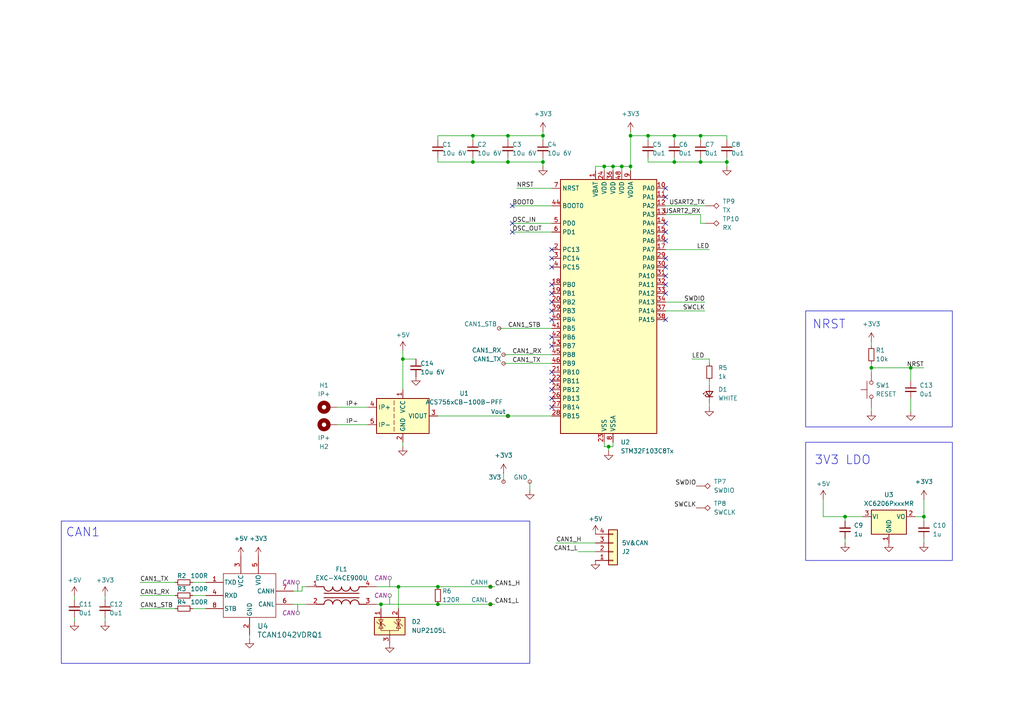
<source format=kicad_sch>
(kicad_sch (version 20231120) (generator "eeschema") (generator_version "8.0")
  (paper "A4")
  (title_block (title "INV_CurrentSense2") (date "2024-11-15") (rev "1.0") (company "NTURacing Team") (comment 1 "郭哲明 Jack Kuo") (comment 2 "Powertrain group"))
  (lib_symbols
    (symbol "Connector:TestPoint_Alt" (pin_numbers hide) (pin_names (offset 0.762) hide)
      (property "Reference" "TP" (at 0 6.858 0))
      (property "Value" "TestPoint_Alt" (at 0 5.08 0))
      (symbol "TestPoint_Alt_0_1"
        (polyline (pts (xy 0 2.54) (xy -0.762 3.302) (xy 0 4.064) (xy 0.762 3.302) (xy 0 2.54)))
      )
      (symbol "TestPoint_Alt_1_1"
        (pin passive line (at 0 0 90) (length 2.54) (name "1") (number "1"))
      )
    )
    (symbol "Connector:TestPoint_Small" (pin_numbers hide) (pin_names (offset 0.762) hide)
      (property "Reference" "TP" (at 0 3.81 0))
      (property "Value" "TestPoint_Small" (at 0 2.032 0))
      (symbol "TestPoint_Small_0_1"
        (circle (center 0 0) (radius 0.508))
      )
      (symbol "TestPoint_Small_1_1"
        (pin passive line (at 0 0 90) (length 0) (name "1") (number "1"))
      )
    )
    (symbol "Connector_Generic:Conn_01x04" (pin_names (offset 1.016) hide)
      (property "Reference" "J" (at 0 5.08 0))
      (property "Value" "Conn_01x04" (at 0 -7.62 0))
      (symbol "Conn_01x04_1_1"
        (rectangle (start -1.27 -4.953) (end 0 -5.207) (stroke (width 0.1524)))
        (rectangle (start -1.27 -2.413) (end 0 -2.667) (stroke (width 0.1524)))
        (rectangle (start -1.27 0.127) (end 0 -0.127) (stroke (width 0.1524)))
        (rectangle (start -1.27 2.667) (end 0 2.413) (stroke (width 0.1524)))
        (rectangle (start -1.27 3.81) (end 1.27 -6.35) (stroke (width 0.254)) (fill (type background)))
        (pin passive line (at -5.08 2.54 0) (length 3.81) (name "Pin_1") (number "1"))
        (pin passive line (at -5.08 0 0) (length 3.81) (name "Pin_2") (number "2"))
        (pin passive line (at -5.08 -2.54 0) (length 3.81) (name "Pin_3") (number "3"))
        (pin passive line (at -5.08 -5.08 0) (length 3.81) (name "Pin_4") (number "4"))
      )
    )
    (symbol "Device:C_Small" (pin_numbers hide) (pin_names (offset 0.254) hide)
      (property "Reference" "C" (at 0.254 1.778 0))
      (property "Value" "C_Small" (at 0.254 -2.032 0))
      (symbol "C_Small_0_1"
        (polyline (pts (xy -1.524 -0.508) (xy 1.524 -0.508)) (stroke (width 0.3302)))
        (polyline (pts (xy -1.524 0.508) (xy 1.524 0.508)) (stroke (width 0.3048)))
      )
      (symbol "C_Small_1_1"
        (pin passive line (at 0 2.54 270) (length 2.032) (name "~") (number "1"))
        (pin passive line (at 0 -2.54 90) (length 2.032) (name "~") (number "2"))
      )
    )
    (symbol "Device:LED_Small" (pin_numbers hide) (pin_names (offset 0.254) hide)
      (property "Reference" "D" (at -1.27 3.175 0))
      (property "Value" "LED_Small" (at -4.445 -2.54 0))
      (symbol "LED_Small_0_1"
        (polyline (pts (xy -0.762 -1.016) (xy -0.762 1.016)) (stroke (width 0.254)))
        (polyline (pts (xy 1.016 0) (xy -0.762 0)))
        (polyline (pts (xy 0.762 -1.016) (xy -0.762 0) (xy 0.762 1.016) (xy 0.762 -1.016)) (stroke (width 0.254)))
        (polyline (pts (xy 0 0.762) (xy -0.508 1.27) (xy -0.254 1.27) (xy -0.508 1.27) (xy -0.508 1.016)))
        (polyline (pts (xy 0.508 1.27) (xy 0 1.778) (xy 0.254 1.778) (xy 0 1.778) (xy 0 1.524)))
      )
      (symbol "LED_Small_1_1"
        (pin passive line (at -2.54 0 0) (length 1.778) (name "K") (number "1"))
        (pin passive line (at 2.54 0 180) (length 1.778) (name "A") (number "2"))
      )
    )
    (symbol "Device:R_Small" (pin_numbers hide) (pin_names (offset 0.254) hide)
      (property "Reference" "R" (at 0.762 0.508 0))
      (property "Value" "R_Small" (at 0.762 -1.016 0))
      (symbol "R_Small_0_1"
        (rectangle (start -0.762 1.778) (end 0.762 -1.778) (stroke (width 0.2032)))
      )
      (symbol "R_Small_1_1"
        (pin passive line (at 0 2.54 270) (length 0.762) (name "~") (number "1"))
        (pin passive line (at 0 -2.54 90) (length 0.762) (name "~") (number "2"))
      )
    )
    (symbol "MCU_ST_STM32F1:STM32F103C8Tx"
      (property "Reference" "U" (at -12.7 39.37 0))
      (property "Value" "STM32F103C8Tx" (at 10.16 39.37 0))
      (symbol "STM32F103C8Tx_0_1"
        (rectangle (start -12.7 -35.56) (end 15.24 38.1) (stroke (width 0.254)) (fill (type background)))
      )
      (symbol "STM32F103C8Tx_1_1"
        (pin power_in line (at -2.54 40.64 270) (length 2.54) (name "VBAT") (number "1"))
        (pin bidirectional line (at 17.78 35.56 180) (length 2.54) (name "PA0") (number "10"))
        (pin bidirectional line (at 17.78 33.02 180) (length 2.54) (name "PA1") (number "11"))
        (pin bidirectional line (at 17.78 30.48 180) (length 2.54) (name "PA2") (number "12"))
        (pin bidirectional line (at 17.78 27.94 180) (length 2.54) (name "PA3") (number "13"))
        (pin bidirectional line (at 17.78 25.4 180) (length 2.54) (name "PA4") (number "14"))
        (pin bidirectional line (at 17.78 22.86 180) (length 2.54) (name "PA5") (number "15"))
        (pin bidirectional line (at 17.78 20.32 180) (length 2.54) (name "PA6") (number "16"))
        (pin bidirectional line (at 17.78 17.78 180) (length 2.54) (name "PA7") (number "17"))
        (pin bidirectional line (at -15.24 7.62 0) (length 2.54) (name "PB0") (number "18"))
        (pin bidirectional line (at -15.24 5.08 0) (length 2.54) (name "PB1") (number "19"))
        (pin bidirectional line (at -15.24 17.78 0) (length 2.54) (name "PC13") (number "2"))
        (pin bidirectional line (at -15.24 2.54 0) (length 2.54) (name "PB2") (number "20"))
        (pin bidirectional line (at -15.24 -17.78 0) (length 2.54) (name "PB10") (number "21"))
        (pin bidirectional line (at -15.24 -20.32 0) (length 2.54) (name "PB11") (number "22"))
        (pin power_in line (at 0 -38.1 90) (length 2.54) (name "VSS") (number "23"))
        (pin power_in line (at 0 40.64 270) (length 2.54) (name "VDD") (number "24"))
        (pin bidirectional line (at -15.24 -22.86 0) (length 2.54) (name "PB12") (number "25"))
        (pin bidirectional line (at -15.24 -25.4 0) (length 2.54) (name "PB13") (number "26"))
        (pin bidirectional line (at -15.24 -27.94 0) (length 2.54) (name "PB14") (number "27"))
        (pin bidirectional line (at -15.24 -30.48 0) (length 2.54) (name "PB15") (number "28"))
        (pin bidirectional line (at 17.78 15.24 180) (length 2.54) (name "PA8") (number "29"))
        (pin bidirectional line (at -15.24 15.24 0) (length 2.54) (name "PC14") (number "3"))
        (pin bidirectional line (at 17.78 12.7 180) (length 2.54) (name "PA9") (number "30"))
        (pin bidirectional line (at 17.78 10.16 180) (length 2.54) (name "PA10") (number "31"))
        (pin bidirectional line (at 17.78 7.62 180) (length 2.54) (name "PA11") (number "32"))
        (pin bidirectional line (at 17.78 5.08 180) (length 2.54) (name "PA12") (number "33"))
        (pin bidirectional line (at 17.78 2.54 180) (length 2.54) (name "PA13") (number "34"))
        (pin passive line (at 0 -38.1 90) (length 2.54) hide (name "VSS") (number "35"))
        (pin power_in line (at 2.54 40.64 270) (length 2.54) (name "VDD") (number "36"))
        (pin bidirectional line (at 17.78 0 180) (length 2.54) (name "PA14") (number "37"))
        (pin bidirectional line (at 17.78 -2.54 180) (length 2.54) (name "PA15") (number "38"))
        (pin bidirectional line (at -15.24 0 0) (length 2.54) (name "PB3") (number "39"))
        (pin bidirectional line (at -15.24 12.7 0) (length 2.54) (name "PC15") (number "4"))
        (pin bidirectional line (at -15.24 -2.54 0) (length 2.54) (name "PB4") (number "40"))
        (pin bidirectional line (at -15.24 -5.08 0) (length 2.54) (name "PB5") (number "41"))
        (pin bidirectional line (at -15.24 -7.62 0) (length 2.54) (name "PB6") (number "42"))
        (pin bidirectional line (at -15.24 -10.16 0) (length 2.54) (name "PB7") (number "43"))
        (pin input line (at -15.24 30.48 0) (length 2.54) (name "BOOT0") (number "44"))
        (pin bidirectional line (at -15.24 -12.7 0) (length 2.54) (name "PB8") (number "45"))
        (pin bidirectional line (at -15.24 -15.24 0) (length 2.54) (name "PB9") (number "46"))
        (pin passive line (at 0 -38.1 90) (length 2.54) hide (name "VSS") (number "47"))
        (pin power_in line (at 5.08 40.64 270) (length 2.54) (name "VDD") (number "48"))
        (pin bidirectional line (at -15.24 25.4 0) (length 2.54) (name "PD0") (number "5"))
        (pin bidirectional line (at -15.24 22.86 0) (length 2.54) (name "PD1") (number "6"))
        (pin input line (at -15.24 35.56 0) (length 2.54) (name "NRST") (number "7"))
        (pin power_in line (at 2.54 -38.1 90) (length 2.54) (name "VSSA") (number "8"))
        (pin power_in line (at 7.62 40.64 270) (length 2.54) (name "VDDA") (number "9"))
      )
    )
    (symbol "Mechanical:MountingHole_Pad" (pin_numbers hide) (pin_names (offset 1.016) hide) (exclude_from_sim yes) (in_bom no)
      (property "Reference" "H" (at 0 6.35 0))
      (property "Value" "MountingHole_Pad" (at 0 4.445 0))
      (symbol "MountingHole_Pad_0_1"
        (circle (center 0 1.27) (radius 1.27) (stroke (width 1.27)))
      )
      (symbol "MountingHole_Pad_1_1"
        (pin input line (at 0 -2.54 90) (length 2.54) (name "1") (number "1"))
      )
    )
    (symbol "Power_Protection:NUP2105L" (pin_names hide)
      (property "Reference" "D" (at 5.715 2.54 0))
      (property "Value" "NUP2105L" (at 5.715 0.635 0))
      (symbol "NUP2105L_0_0"
        (pin passive line (at 0 -5.08 90) (length 2.54) (name "A") (number "3"))
      )
      (symbol "NUP2105L_0_1"
        (rectangle (start -4.445 2.54) (end 4.445 -2.54) (stroke (width 0.254)) (fill (type background)))
        (polyline (pts (xy -2.54 2.54) (xy -2.54 0.635)))
        (polyline (pts (xy 0 -1.27) (xy 0 -2.54)))
        (polyline (pts (xy 2.54 2.54) (xy 2.54 0.635)))
        (polyline (pts (xy -3.81 1.27) (xy -3.175 0.635) (xy -1.905 0.635) (xy -1.27 0)))
        (polyline (pts (xy -2.54 0.635) (xy -2.54 -1.27) (xy 2.54 -1.27) (xy 2.54 0.635)))
        (polyline (pts (xy -2.54 0.635) (xy -1.905 -0.635) (xy -3.175 -0.635) (xy -2.54 0.635)))
        (polyline (pts (xy 2.54 0.635) (xy 1.905 -0.635) (xy 3.175 -0.635) (xy 2.54 0.635)))
        (polyline (pts (xy 2.54 0.635) (xy 3.175 1.905) (xy 1.905 1.905) (xy 2.54 0.635)))
        (polyline (pts (xy -2.54 0.635) (xy -3.175 1.905) (xy -1.905 1.905) (xy -2.54 0.635) (xy -2.54 1.27)))
        (polyline (pts (xy 1.27 1.27) (xy 1.905 0.635) (xy 2.54 0.635) (xy 3.175 0.635) (xy 3.81 0)))
      )
      (symbol "NUP2105L_1_1"
        (pin passive line (at -2.54 5.08 270) (length 2.54) (name "K") (number "1"))
        (pin passive line (at 2.54 5.08 270) (length 2.54) (name "K") (number "2"))
      )
    )
    (symbol "Regulator_Linear:XC6206PxxxMR" (pin_names (offset 0.254))
      (property "Reference" "U" (at -3.81 3.175 0))
      (property "Value" "XC6206PxxxMR" (at 0 3.175 0))
      (symbol "XC6206PxxxMR_0_1"
        (rectangle (start -5.08 1.905) (end 5.08 -5.08) (stroke (width 0.254)) (fill (type background)))
      )
      (symbol "XC6206PxxxMR_1_1"
        (pin power_in line (at 0 -7.62 90) (length 2.54) (name "GND") (number "1"))
        (pin power_out line (at 7.62 0 180) (length 2.54) (name "VO") (number "2"))
        (pin power_in line (at -7.62 0 0) (length 2.54) (name "VI") (number "3"))
      )
    )
    (symbol "SamacSys_Parts_EP6:EXC-X4CE900U" (pin_names hide)
      (property "Reference" "FL" (at -0.254 1.524 0))
      (property "Value" "EXC-X4CE900U" (at -0.254 -0.254 0))
      (symbol "EXC-X4CE900U_1_1"
        (arc (start -2.488 -5.08) (mid -1.2689 -3.81) (end -2.488 -2.54) (stroke (width 0.254)))
        (arc (start -2.488 -2.54) (mid -1.2689 -1.27) (end -2.488 0) (stroke (width 0.254)))
        (arc (start -2.488 0) (mid -1.2689 1.27) (end -2.488 2.54) (stroke (width 0.254)))
        (arc (start -2.488 2.54) (mid -1.2689 3.81) (end -2.488 5.08) (stroke (width 0.254)))
        (polyline (pts (xy -2.54 -5.08) (xy -2.54 -7.366)) (stroke (width 0.254)))
        (polyline (pts (xy -2.54 5.08) (xy -2.54 7.366)) (stroke (width 0.254)))
        (polyline (pts (xy -0.635 5.08) (xy -0.635 -5.08)) (stroke (width 0.254)))
        (polyline (pts (xy 0.635 5.08) (xy 0.635 -5.08)) (stroke (width 0.254)))
        (polyline (pts (xy 2.54 -5.08) (xy 2.54 -7.366)) (stroke (width 0.254)))
        (polyline (pts (xy 2.54 5.08) (xy 2.54 7.366)) (stroke (width 0.254)))
        (arc (start 2.488 -2.54) (mid 1.2689 -3.81) (end 2.488 -5.08) (stroke (width 0.254)))
        (arc (start 2.488 0) (mid 1.2689 -1.27) (end 2.488 -2.54) (stroke (width 0.254)))
        (arc (start 2.488 2.54) (mid 1.2689 1.27) (end 2.488 0) (stroke (width 0.254)))
        (arc (start 2.488 5.08) (mid 1.2689 3.81) (end 2.488 2.54) (stroke (width 0.254)))
        (pin passive line (at -2.54 -10.16 90) (length 5.08) (name "1") (number "1"))
        (pin passive line (at 2.54 -10.16 90) (length 5.08) (name "2") (number "2"))
        (pin passive line (at 2.54 10.16 270) (length 5.08) (name "3") (number "3"))
        (pin passive line (at -2.54 10.16 270) (length 5.08) (name "4") (number "4"))
      )
    )
    (symbol "Sensor_Current:ACS756xCB-100B-PFF"
      (property "Reference" "U" (at -7.62 6.35 0))
      (property "Value" "ACS756xCB-100B-PFF" (at 2.54 6.35 0))
      (symbol "ACS756xCB-100B-PFF_0_1"
        (rectangle (start -7.62 5.08) (end 7.62 -5.08) (stroke (width 0.254)) (fill (type background)))
        (polyline (pts (xy -2.54 -3.175) (xy -2.54 -4.445)))
        (polyline (pts (xy -2.54 -1.27) (xy -2.54 -2.54)))
        (polyline (pts (xy -2.54 0.635) (xy -2.54 -0.635)))
        (polyline (pts (xy -2.54 1.27) (xy -2.54 2.54)))
        (polyline (pts (xy -2.54 3.175) (xy -2.54 4.445)))
      )
      (symbol "ACS756xCB-100B-PFF_1_1"
        (pin power_in line (at 0 7.62 270) (length 2.54) (name "VCC") (number "1"))
        (pin power_in line (at 0 -7.62 90) (length 2.54) (name "GND") (number "2"))
        (pin output line (at 10.16 0 180) (length 2.54) (name "VIOUT") (number "3"))
        (pin passive line (at -10.16 2.54 0) (length 2.54) (name "IP+") (number "4"))
        (pin passive line (at -10.16 -2.54 0) (length 2.54) (name "IP-") (number "5"))
      )
    )
    (symbol "Switch:SW_Push" (pin_numbers hide) (pin_names (offset 1.016) hide)
      (property "Reference" "SW" (at 1.27 2.54 0))
      (property "Value" "SW_Push" (at 0 -1.524 0))
      (symbol "SW_Push_0_1"
        (circle (center -2.032 0) (radius 0.508))
        (polyline (pts (xy 0 1.27) (xy 0 3.048)))
        (polyline (pts (xy 2.54 1.27) (xy -2.54 1.27)))
        (circle (center 2.032 0) (radius 0.508))
        (pin passive line (at -5.08 0 0) (length 2.54) (name "1") (number "1"))
        (pin passive line (at 5.08 0 180) (length 2.54) (name "2") (number "2"))
      )
    )
    (symbol "nturt_kicad_lib_EP6:TCAN1042VDRQ1" (pin_names (offset 0.254))
      (property "Reference" "U" (at 0 2.54 0))
      (property "Value" "TCAN1042VDRQ1" (at 0 0 0))
      (symbol "TCAN1042VDRQ1_0_1"
        (pin input line (at -12.7 3.81 0) (length 5.08) (name "TXD") (number "1"))
        (pin power_in line (at 0 -11.43 90) (length 5.08) (name "GND") (number "2"))
        (pin power_in line (at -2.54 11.43 270) (length 5.08) (name "VCC") (number "3"))
        (pin output line (at -12.7 0 0) (length 5.08) (name "RXD") (number "4"))
        (pin power_in line (at 2.54 11.43 270) (length 5.08) (name "VIO") (number "5"))
        (pin bidirectional line (at 12.7 -2.54 180) (length 5.08) (name "CANL") (number "6"))
        (pin bidirectional line (at 12.7 1.27 180) (length 5.08) (name "CANH") (number "7"))
        (pin input line (at -12.7 -3.81 0) (length 5.08) (name "STB") (number "8"))
      )
      (symbol "TCAN1042VDRQ1_1_1"
        (rectangle (start -7.62 6.35) (end 7.62 -6.35))
      )
    )
    (symbol "power:+3V3" (power) (pin_numbers hide) (pin_names (offset 0) hide)
      (property "Value" "+3V3" (at 0 3.556 0))
      (symbol "+3V3_0_1"
        (polyline (pts (xy -0.762 1.27) (xy 0 2.54)))
        (polyline (pts (xy 0 0) (xy 0 2.54)))
        (polyline (pts (xy 0 2.54) (xy 0.762 1.27)))
      )
      (symbol "+3V3_1_1"
        (pin power_in line (at 0 0 90) (length 0) (name "~") (number "1"))
      )
    )
    (symbol "power:+5V" (power) (pin_numbers hide) (pin_names (offset 0) hide)
      (property "Value" "+5V" (at 0 3.556 0))
      (symbol "+5V_0_1"
        (polyline (pts (xy -0.762 1.27) (xy 0 2.54)))
        (polyline (pts (xy 0 0) (xy 0 2.54)))
        (polyline (pts (xy 0 2.54) (xy 0.762 1.27)))
      )
      (symbol "+5V_1_1"
        (pin power_in line (at 0 0 90) (length 0) (name "~") (number "1"))
      )
    )
    (symbol "power:GND" (power) (pin_numbers hide) (pin_names (offset 0) hide)
      (property "Value" "GND" (at 0 -3.81 0))
      (symbol "GND_0_1"
        (polyline (pts (xy 0 0) (xy 0 -1.27) (xy 1.27 -1.27) (xy 0 -2.54) (xy -1.27 -1.27) (xy 0 -1.27)))
      )
      (symbol "GND_1_1"
        (pin power_in line (at 0 0 270) (length 0) (name "~") (number "1"))
      )
    )
  )
  (junction (at 195.58 39.37))
  (junction (at 187.96 39.37))
  (junction (at 267.97 149.86))
  (junction (at 110.49 175.26))
  (junction (at 210.82 46.99))
  (junction (at 157.48 46.99))
  (junction (at 115.57 170.18))
  (junction (at 264.16 106.68))
  (junction (at 116.84 104.14))
  (junction (at 180.34 48.26))
  (junction (at 176.53 129.54))
  (junction (at 182.88 39.37))
  (junction (at 195.58 46.99))
  (junction (at 147.32 120.65))
  (junction (at 147.32 46.99))
  (junction (at 157.48 39.37))
  (junction (at 182.88 48.26))
  (junction (at 127 175.26))
  (junction (at 175.26 48.26))
  (junction (at 147.32 39.37))
  (junction (at 142.24 170.18))
  (junction (at 137.16 39.37))
  (junction (at 177.8 48.26))
  (junction (at 245.11 149.86))
  (junction (at 137.16 46.99))
  (junction (at 203.2 39.37))
  (junction (at 203.2 46.99))
  (junction (at 142.24 175.26))
  (junction (at 252.73 106.68))
  (junction (at 127 170.18))
  (no_connect (at 160.02 72.39))
  (no_connect (at 160.02 100.33))
  (no_connect (at 148.59 59.69))
  (no_connect (at 160.02 77.47))
  (no_connect (at 193.04 80.01))
  (no_connect (at 193.04 69.85))
  (no_connect (at 193.04 92.71))
  (no_connect (at 193.04 67.31))
  (no_connect (at 160.02 113.03))
  (no_connect (at 160.02 118.11))
  (no_connect (at 160.02 110.49))
  (no_connect (at 160.02 74.93))
  (no_connect (at 160.02 115.57))
  (no_connect (at 148.59 64.77))
  (no_connect (at 160.02 82.55))
  (no_connect (at 193.04 74.93))
  (no_connect (at 193.04 77.47))
  (no_connect (at 160.02 87.63))
  (no_connect (at 148.59 67.31))
  (no_connect (at 160.02 90.17))
  (no_connect (at 160.02 92.71))
  (no_connect (at 193.04 85.09))
  (no_connect (at 193.04 64.77))
  (no_connect (at 160.02 107.95))
  (no_connect (at 160.02 97.79))
  (no_connect (at 193.04 82.55))
  (no_connect (at 193.04 57.15))
  (no_connect (at 160.02 85.09))
  (no_connect (at 193.04 54.61))
  (wire (pts (xy 187.96 39.37) (xy 195.58 39.37)))
  (wire (pts (xy 205.74 104.14) (xy 205.74 105.41)))
  (wire (pts (xy 147.32 46.99) (xy 137.16 46.99)))
  (wire (pts (xy 175.26 129.54) (xy 176.53 129.54)))
  (wire (pts (xy 137.16 39.37) (xy 147.32 39.37)))
  (wire (pts (xy 203.2 62.23) (xy 193.04 62.23)))
  (wire (pts (xy 30.48 173.99) (xy 30.48 172.72)))
  (wire (pts (xy 157.48 39.37) (xy 157.48 40.64)))
  (wire (pts (xy 137.16 39.37) (xy 137.16 40.64)))
  (wire (pts (xy 267.97 151.13) (xy 267.97 149.86)))
  (wire (pts (xy 177.8 49.53) (xy 177.8 48.26)))
  (wire (pts (xy 161.29 157.48) (xy 172.72 157.48)))
  (wire (pts (xy 172.72 49.53) (xy 172.72 48.26)))
  (wire (pts (xy 55.88 172.72) (xy 59.69 172.72)))
  (wire (pts (xy 115.57 170.18) (xy 127 170.18)))
  (wire (pts (xy 153.67 142.24) (xy 153.67 139.7)))
  (wire (pts (xy 180.34 48.26) (xy 182.88 48.26)))
  (wire (pts (xy 252.73 118.11) (xy 252.73 119.38)))
  (wire (pts (xy 264.16 106.68) (xy 267.97 106.68)))
  (wire (pts (xy 40.64 168.91) (xy 50.8 168.91)))
  (wire (pts (xy 267.97 149.86) (xy 265.43 149.86)))
  (wire (pts (xy 176.53 130.81) (xy 176.53 129.54)))
  (wire (pts (xy 72.39 185.42) (xy 72.39 184.15)))
  (wire (pts (xy 110.49 175.26) (xy 109.22 175.26)))
  (wire (pts (xy 148.59 59.69) (xy 160.02 59.69)))
  (wire (pts (xy 146.05 105.41) (xy 160.02 105.41)))
  (wire (pts (xy 97.79 123.19) (xy 106.68 123.19)))
  (wire (pts (xy 245.11 149.86) (xy 250.19 149.86)))
  (wire (pts (xy 147.32 46.99) (xy 147.32 45.72)))
  (wire (pts (xy 127 39.37) (xy 127 40.64)))
  (wire (pts (xy 264.16 115.57) (xy 264.16 119.38)))
  (wire (pts (xy 148.59 64.77) (xy 160.02 64.77)))
  (wire (pts (xy 172.72 48.26) (xy 175.26 48.26)))
  (wire (pts (xy 110.49 175.26) (xy 110.49 176.53)))
  (wire (pts (xy 252.73 106.68) (xy 252.73 107.95)))
  (wire (pts (xy 144.78 95.25) (xy 160.02 95.25)))
  (wire (pts (xy 264.16 106.68) (xy 264.16 110.49)))
  (wire (pts (xy 245.11 157.48) (xy 245.11 156.21)))
  (wire (pts (xy 205.74 118.11) (xy 205.74 116.84)))
  (wire (pts (xy 176.53 129.54) (xy 177.8 129.54)))
  (wire (pts (xy 252.73 105.41) (xy 252.73 106.68)))
  (wire (pts (xy 267.97 144.78) (xy 267.97 149.86)))
  (wire (pts (xy 195.58 39.37) (xy 203.2 39.37)))
  (wire (pts (xy 200.66 104.14) (xy 205.74 104.14)))
  (wire (pts (xy 195.58 39.37) (xy 195.58 40.64)))
  (wire (pts (xy 157.48 46.99) (xy 157.48 45.72)))
  (wire (pts (xy 182.88 38.1) (xy 182.88 39.37)))
  (wire (pts (xy 177.8 48.26) (xy 180.34 48.26)))
  (wire (pts (xy 177.8 129.54) (xy 177.8 128.27)))
  (wire (pts (xy 116.84 104.14) (xy 116.84 113.03)))
  (wire (pts (xy 148.59 67.31) (xy 160.02 67.31)))
  (wire (pts (xy 30.48 180.34) (xy 30.48 179.07)))
  (wire (pts (xy 127 46.99) (xy 127 45.72)))
  (wire (pts (xy 127 175.26) (xy 142.24 175.26)))
  (wire (pts (xy 142.24 170.18) (xy 143.51 170.18)))
  (wire (pts (xy 195.58 46.99) (xy 203.2 46.99)))
  (wire (pts (xy 193.04 87.63) (xy 204.47 87.63)))
  (wire (pts (xy 115.57 170.18) (xy 115.57 176.53)))
  (wire (pts (xy 203.2 64.77) (xy 204.47 64.77)))
  (wire (pts (xy 147.32 39.37) (xy 147.32 40.64)))
  (wire (pts (xy 116.84 129.54) (xy 116.84 128.27)))
  (wire (pts (xy 167.64 160.02) (xy 172.72 160.02)))
  (wire (pts (xy 193.04 59.69) (xy 204.47 59.69)))
  (wire (pts (xy 252.73 99.06) (xy 252.73 100.33)))
  (wire (pts (xy 147.32 120.65) (xy 160.02 120.65)))
  (wire (pts (xy 116.84 101.6) (xy 116.84 104.14)))
  (wire (pts (xy 157.48 46.99) (xy 147.32 46.99)))
  (wire (pts (xy 40.64 176.53) (xy 50.8 176.53)))
  (wire (pts (xy 195.58 46.99) (xy 195.58 45.72)))
  (wire (pts (xy 146.05 102.87) (xy 160.02 102.87)))
  (wire (pts (xy 85.09 175.26) (xy 88.9 175.26)))
  (wire (pts (xy 245.11 151.13) (xy 245.11 149.86)))
  (wire (pts (xy 238.76 149.86) (xy 245.11 149.86)))
  (wire (pts (xy 87.63 170.18) (xy 88.9 170.18)))
  (wire (pts (xy 142.24 175.26) (xy 143.51 175.26)))
  (wire (pts (xy 203.2 46.99) (xy 210.82 46.99)))
  (wire (pts (xy 210.82 46.99) (xy 210.82 45.72)))
  (wire (pts (xy 40.64 172.72) (xy 50.8 172.72)))
  (wire (pts (xy 87.63 170.18) (xy 87.63 171.45)))
  (wire (pts (xy 210.82 39.37) (xy 210.82 40.64)))
  (wire (pts (xy 97.79 118.11) (xy 106.68 118.11)))
  (wire (pts (xy 127 170.18) (xy 142.24 170.18)))
  (wire (pts (xy 147.32 39.37) (xy 157.48 39.37)))
  (wire (pts (xy 110.49 175.26) (xy 127 175.26)))
  (wire (pts (xy 182.88 48.26) (xy 182.88 49.53)))
  (wire (pts (xy 157.48 48.26) (xy 157.48 46.99)))
  (wire (pts (xy 252.73 106.68) (xy 264.16 106.68)))
  (wire (pts (xy 238.76 144.78) (xy 238.76 149.86)))
  (wire (pts (xy 205.74 110.49) (xy 205.74 111.76)))
  (wire (pts (xy 203.2 46.99) (xy 203.2 45.72)))
  (wire (pts (xy 137.16 46.99) (xy 127 46.99)))
  (wire (pts (xy 175.26 48.26) (xy 177.8 48.26)))
  (wire (pts (xy 267.97 157.48) (xy 267.97 156.21)))
  (wire (pts (xy 175.26 49.53) (xy 175.26 48.26)))
  (wire (pts (xy 187.96 46.99) (xy 195.58 46.99)))
  (wire (pts (xy 127 120.65) (xy 147.32 120.65)))
  (wire (pts (xy 137.16 46.99) (xy 137.16 45.72)))
  (wire (pts (xy 203.2 39.37) (xy 203.2 40.64)))
  (wire (pts (xy 175.26 129.54) (xy 175.26 128.27)))
  (wire (pts (xy 187.96 39.37) (xy 187.96 40.64)))
  (wire (pts (xy 193.04 72.39) (xy 205.74 72.39)))
  (wire (pts (xy 55.88 168.91) (xy 59.69 168.91)))
  (wire (pts (xy 203.2 64.77) (xy 203.2 62.23)))
  (wire (pts (xy 193.04 90.17) (xy 204.47 90.17)))
  (wire (pts (xy 180.34 49.53) (xy 180.34 48.26)))
  (wire (pts (xy 149.86 54.61) (xy 160.02 54.61)))
  (wire (pts (xy 187.96 46.99) (xy 187.96 45.72)))
  (wire (pts (xy 137.16 39.37) (xy 127 39.37)))
  (wire (pts (xy 146.05 137.16) (xy 146.05 139.7)))
  (wire (pts (xy 157.48 38.1) (xy 157.48 39.37)))
  (wire (pts (xy 109.22 170.18) (xy 115.57 170.18)))
  (wire (pts (xy 21.59 173.99) (xy 21.59 172.72)))
  (wire (pts (xy 21.59 180.34) (xy 21.59 179.07)))
  (wire (pts (xy 203.2 39.37) (xy 210.82 39.37)))
  (wire (pts (xy 210.82 48.26) (xy 210.82 46.99)))
  (wire (pts (xy 116.84 104.14) (xy 120.65 104.14)))
  (wire (pts (xy 182.88 39.37) (xy 187.96 39.37)))
  (wire (pts (xy 182.88 39.37) (xy 182.88 48.26)))
  (wire (pts (xy 85.09 171.45) (xy 87.63 171.45)))
  (wire (pts (xy 55.88 176.53) (xy 59.69 176.53)))
  (rectangle (start 17.78 151.13) (end 153.67 192.405))
  (rectangle (start 233.68 90.17) (end 276.225 123.825))
  (rectangle (start 233.68 128.27) (end 276.225 162.56))
  (text "3V3 LDO" (at 236.22 132.08 0) (effects (font (size 2.54 2.54)) (justify left top)))
  (text "CAN1" (at 19.05 153.035 0) (effects (font (size 2.54 2.54)) (justify left top)))
  (text "NRST" (at 235.585 92.71 0) (effects (font (size 2.54 2.54)) (justify left top)))
  (label "IP+" (at 100.33 118.11 0))
  (label "CAN1_TX" (at 148.59 105.41 0))
  (label "OSC_OUT" (at 148.59 67.31 0))
  (label "SWDIO" (at 201.93 140.97 180))
  (label "CAN1_L" (at 167.64 160.02 180))
  (label "CAN1_RX" (at 40.64 172.72 0))
  (label "USART2_RX" (at 203.2 62.23 180))
  (label "NRST" (at 267.97 106.68 180))
  (label "OSC_IN" (at 148.59 64.77 0))
  (label "CAN1_TX" (at 40.64 168.91 0))
  (label "SWCLK" (at 204.47 90.17 180))
  (label "CAN1_STB" (at 147.32 95.25 0))
  (label "USART2_TX" (at 204.47 59.69 180))
  (label "CAN1_RX" (at 148.59 102.87 0))
  (label "IP-" (at 100.33 123.19 0))
  (label "SWCLK" (at 201.93 147.32 180))
  (label "LED" (at 205.74 72.39 180))
  (label "SWDIO" (at 204.47 87.63 180))
  (label "NRST" (at 149.86 54.61 0))
  (label "CAN1_L" (at 143.51 175.26 0))
  (label "CAN1_H" (at 161.29 157.48 0))
  (label "CAN1_STB" (at 40.64 176.53 0))
  (label "LED" (at 200.66 104.14 0))
  (label "CAN1_H" (at 143.51 170.18 0))
  (label "BOOT0" (at 148.59 59.69 0))
  (netclass_flag "" (length 2.54) (shape round) (at 86.36 175.26 180) (property "Netclass" "CAN" (at 85.6615 177.8 0) (effects (font (italic yes)) (justify right))))
  (netclass_flag "" (length 2.54) (shape round) (at 86.36 171.45 0) (property "Netclass" "CAN" (at 85.6615 168.91 0) (effects (font (italic yes)) (justify right))))
  (netclass_flag "" (length 2.54) (shape round) (at 113.03 175.26 0) (property "Netclass" "CAN" (at 112.3315 172.72 0) (effects (font (italic yes)) (justify right))))
  (netclass_flag "" (length 2.54) (shape round) (at 113.03 170.18 0) (property "Netclass" "CAN" (at 112.3315 167.64 0) (effects (font (italic yes)) (justify right))))
  (symbol (lib_id "power:GND") (at 21.59 180.34 0) (unit 1)
    (property "Reference" "#PWR023" (effects (hide yes)))
    (property "Value" "GND" (effects (hide yes)))
    (property "Description" "Power symbol creates a global label with name \"GND\" , ground" (effects (hide yes)))
  )
  (symbol (lib_id "Device:C_Small") (at 264.16 113.03 0) (unit 1)
    (property "Reference" "C13" (at 266.7 111.7663 0) (effects (justify left)))
    (property "Value" "0u1" (at 266.7 114.3063 0) (effects (justify left)))
    (property "Footprint" "Capacitor_SMD:C_0402_1005Metric" (effects (hide yes)))
    (property "Description" "Unpolarized capacitor, small symbol" (effects (hide yes)))
  )
  (symbol (lib_id "Device:R_Small") (at 53.34 168.91 90) (unit 1)
    (property "Reference" "R2" (at 52.705 167.005 90))
    (property "Value" "100R" (at 57.785 167.005 90))
    (property "Footprint" "Resistor_SMD:R_0402_1005Metric" (effects (hide yes)))
    (property "Description" "Resistor, small symbol" (effects (hide yes)))
  )
  (symbol (lib_id "power:+5V") (at 116.84 101.6 0) (unit 1)
    (property "Reference" "#PWR015" (effects (hide yes)))
    (property "Value" "+5V" (at 116.84 97.155 0))
    (property "Description" "Power symbol creates a global label with name \"+5V\"" (effects (hide yes)))
  )
  (symbol (lib_id "power:GND") (at 252.73 119.38 0) (unit 1)
    (property "Reference" "#PWR018" (effects (hide yes)))
    (property "Value" "GND" (effects (hide yes)))
    (property "Description" "Power symbol creates a global label with name \"GND\" , ground" (effects (hide yes)))
  )
  (symbol (lib_id "Device:R_Small") (at 53.34 176.53 90) (mirror x) (unit 1)
    (property "Reference" "R4" (at 52.705 174.625 90))
    (property "Value" "100R" (at 57.785 174.625 90))
    (property "Footprint" "Resistor_SMD:R_0402_1005Metric" (effects (hide yes)))
    (property "Description" "Resistor, small symbol" (effects (hide yes)))
  )
  (symbol (lib_id "nturt_kicad_lib_EP6:TCAN1042VDRQ1") (at 72.39 172.72 0) (unit 1)
    (property "Reference" "U4" (at 74.5841 181.61 0) (effects (font (size 1.524 1.524)) (justify left)))
    (property "Value" "TCAN1042VDRQ1" (at 74.5841 184.15 0) (effects (font (size 1.524 1.524)) (justify left)))
    (property "Footprint" "Package_SO:SOIC-8_3.9x4.9mm_P1.27mm" (effects (hide yes)))
    (property "Datasheet" "TCAN1042VDRQ1" (effects (hide yes)))
  )
  (symbol (lib_id "power:GND") (at 210.82 48.26 0) (unit 1)
    (property "Reference" "#PWR04" (effects (hide yes)))
    (property "Value" "GND" (effects (hide yes)))
    (property "Description" "Power symbol creates a global label with name \"GND\" , ground" (effects (hide yes)))
  )
  (symbol (lib_id "power:GND") (at 267.97 157.48 0) (mirror y) (unit 1)
    (property "Reference" "#PWR014" (effects (hide yes)))
    (property "Value" "GND" (effects (hide yes)))
    (property "Description" "Power symbol creates a global label with name \"GND\" , ground" (effects (hide yes)))
  )
  (symbol (lib_id "Mechanical:MountingHole_Pad") (at 95.25 123.19 90) (mirror x) (unit 1) (exclude_from_sim yes) (in_bom no)
    (property "Reference" "H2" (at 93.98 129.54 90))
    (property "Value" "IP+" (at 93.98 127 90))
    (property "Footprint" "MountingHole:MountingHole_5.5mm_Pad_Via" (effects (hide yes)))
    (property "Description" "Mounting Hole with connection" (effects (hide yes)))
  )
  (symbol (lib_id "power:+3V3") (at 146.05 137.16 0) (unit 1)
    (property "Reference" "#PWR08" (effects (hide yes)))
    (property "Value" "+3V3" (at 146.05 132.08 0))
    (property "Description" "Power symbol creates a global label with name \"+3V3\"" (effects (hide yes)))
  )
  (symbol (lib_id "power:GND") (at 120.65 109.22 0) (unit 1)
    (property "Reference" "#PWR029" (effects (hide yes)))
    (property "Value" "GND" (effects (hide yes)))
    (property "Description" "Power symbol creates a global label with name \"GND\" , ground" (effects (hide yes)))
  )
  (symbol (lib_id "power:+3V3") (at 157.48 38.1 0) (unit 1)
    (property "Reference" "#PWR01" (effects (hide yes)))
    (property "Value" "+3V3" (at 157.48 33.02 0))
    (property "Description" "Power symbol creates a global label with name \"+3V3\"" (effects (hide yes)))
  )
  (symbol (lib_id "power:GND") (at 72.39 185.42 0) (unit 1)
    (property "Reference" "#PWR025" (effects (hide yes)))
    (property "Value" "GND" (effects (hide yes)))
    (property "Description" "Power symbol creates a global label with name \"GND\" , ground" (effects (hide yes)))
  )
  (symbol (lib_id "Regulator_Linear:XC6206PxxxMR") (at 257.81 149.86 0) (unit 1)
    (property "Reference" "U3" (at 257.81 143.51 0))
    (property "Value" "XC6206PxxxMR" (at 257.81 146.05 0))
    (property "Footprint" "Package_TO_SOT_SMD:SOT-23-3" (effects (hide yes)))
    (property "Datasheet" "https://www.torexsemi.com/file/xc6206/XC6206.pdf" (effects (hide yes)))
    (property "Description" "Positive 60-250mA Low Dropout Regulator, Fixed Output, SOT-23" (effects (hide yes)))
  )
  (symbol (lib_id "Device:C_Small") (at 147.32 43.18 0) (unit 1)
    (property "Reference" "C3" (at 148.59 41.91 0) (effects (justify left)))
    (property "Value" "10u 6V" (at 148.59 44.45 0) (effects (justify left)))
    (property "Footprint" "Capacitor_SMD:C_0402_1005Metric" (effects (hide yes)))
    (property "Description" "Unpolarized capacitor, small symbol" (effects (hide yes)))
  )
  (symbol (lib_id "Device:C_Small") (at 127 43.18 0) (unit 1)
    (property "Reference" "C1" (at 128.27 41.91 0) (effects (justify left)))
    (property "Value" "10u 6V" (at 128.27 44.45 0) (effects (justify left)))
    (property "Footprint" "Capacitor_SMD:C_0402_1005Metric" (effects (hide yes)))
    (property "Description" "Unpolarized capacitor, small symbol" (effects (hide yes)))
  )
  (symbol (lib_id "power:GND") (at 153.67 142.24 0) (unit 1)
    (property "Reference" "#PWR09" (effects (hide yes)))
    (property "Value" "GND" (effects (hide yes)))
    (property "Description" "Power symbol creates a global label with name \"GND\" , ground" (effects (hide yes)))
  )
  (symbol (lib_id "Device:C_Small") (at 187.96 43.18 0) (unit 1)
    (property "Reference" "C5" (at 189.23 41.91 0) (effects (justify left)))
    (property "Value" "0u1" (at 189.23 44.45 0) (effects (justify left)))
    (property "Footprint" "Capacitor_SMD:C_0402_1005Metric" (effects (hide yes)))
    (property "Description" "Unpolarized capacitor, small symbol" (effects (hide yes)))
  )
  (symbol (lib_id "Connector:TestPoint_Small") (at 144.78 95.25 0) (unit 1)
    (property "Reference" "TP2" (effects (hide yes)))
    (property "Value" "CAN1_STB" (at 144.145 93.98 0) (effects (justify right)))
    (property "Footprint" "TestPoint:TestPoint_THTPad_D1.0mm_Drill0.5mm" (effects (hide yes)))
    (property "Description" "test point" (effects (hide yes)))
  )
  (symbol (lib_id "Connector:TestPoint_Small") (at 146.05 105.41 0) (unit 1)
    (property "Reference" "TP6" (effects (hide yes)))
    (property "Value" "CAN1_TX" (at 145.415 104.14 0) (effects (justify right)))
    (property "Footprint" "TestPoint:TestPoint_THTPad_D1.0mm_Drill0.5mm" (effects (hide yes)))
    (property "Description" "test point" (effects (hide yes)))
  )
  (symbol (lib_id "Connector:TestPoint_Small") (at 146.05 102.87 0) (unit 1)
    (property "Reference" "TP5" (effects (hide yes)))
    (property "Value" "CAN1_RX" (at 145.415 101.6 0) (effects (justify right)))
    (property "Footprint" "TestPoint:TestPoint_THTPad_D1.0mm_Drill0.5mm" (effects (hide yes)))
    (property "Description" "test point" (effects (hide yes)))
  )
  (symbol (lib_id "power:+5V") (at 69.85 161.29 0) (unit 1)
    (property "Reference" "#PWR010" (effects (hide yes)))
    (property "Value" "+5V" (at 69.85 156.21 0))
    (property "Description" "Power symbol creates a global label with name \"+5V\"" (effects (hide yes)))
  )
  (symbol (lib_id "Device:LED_Small") (at 205.74 114.3 90) (unit 1)
    (property "Reference" "D1" (at 208.28 112.9665 90) (effects (justify right)))
    (property "Value" "WHITE" (at 208.28 115.5065 90) (effects (justify right)))
    (property "Footprint" "LED_SMD:LED_0603_1608Metric" (effects (hide yes)))
    (property "Description" "Light emitting diode, small symbol" (effects (hide yes)))
  )
  (symbol (lib_id "SamacSys_Parts_EP6:EXC-X4CE900U") (at 99.06 172.72 270) (unit 1)
    (property "Reference" "FL1" (at 99.06 165.1 90))
    (property "Value" "EXC-X4CE900U" (at 99.06 167.64 90))
    (property "Footprint" "SamacSys_Parts_EP6:EXCX4CE900U" (effects (hide yes)))
    (property "Datasheet" "https://industrial.panasonic.com/cdbs/www-data/pdf/AWE0000/AWE0000C258.pdf" (effects (hide yes)))
    (property "Description" "Series/Type: Common mode Filters (0202 small size), Size [LW] (mm): 0.650.50, Height (mm): 0.3, Impedance [Common Mode] (): 90, Rated Voltage [DC] (V): 5, Rated Current [DC] (mA): 100, DC Resistance [max.] (): 3.0+/-30%, Number of circuit: 1" (effects (hide yes)))
    (property "Mouser Part Number" "667-EXC-X4CE900U" (effects (hide yes)))
    (property "Mouser Price/Stock" "https://www.mouser.co.uk/ProductDetail/Panasonic/EXC-X4CE900U?qs=r%2Fc3XikQTkKbkY%2FGNti4Lw%3D%3D" (effects (hide yes)))
    (property "Manufacturer_Name" "Panasonic" (effects (hide yes)))
    (property "Manufacturer_Part_Number" "EXC-X4CE900U" (effects (hide yes)))
    (property "Simulation Data" "https://industrial.panasonic.com/content/data/CC/files/EXCX4CE900U.zip" (effects (hide yes)))
  )
  (symbol (lib_id "Connector:TestPoint_Alt") (at 204.47 64.77 270) (unit 1)
    (property "Reference" "TP10" (at 209.55 63.5 90) (effects (justify left)))
    (property "Value" "RX" (at 209.55 66.04 90) (effects (justify left)))
    (property "Footprint" "TestPoint:TestPoint_Pad_1.0x1.0mm" (effects (hide yes)))
    (property "Description" "test point (alternative shape)" (effects (hide yes)))
  )
  (symbol (lib_id "power:+5V") (at 172.72 154.94 0) (unit 1)
    (property "Reference" "#PWR027" (effects (hide yes)))
    (property "Value" "+5V" (at 172.72 150.495 0))
    (property "Description" "Power symbol creates a global label with name \"+5V\"" (effects (hide yes)))
  )
  (symbol (lib_id "Switch:SW_Push") (at 252.73 113.03 90) (unit 1)
    (property "Reference" "SW1" (at 254 111.76 90) (effects (justify right)))
    (property "Value" "RESET" (at 254 114.3 90) (effects (justify right)))
    (property "Footprint" "Button_Switch_SMD:SW_Tactile_SPST_NO_Straight_CK_PTS636Sx25SMTRLFS" (effects (hide yes)))
    (property "Description" "Push button switch, generic, two pins" (effects (hide yes)))
  )
  (symbol (lib_id "Connector:TestPoint_Alt") (at 201.93 140.97 270) (unit 1)
    (property "Reference" "TP7" (at 207.01 139.7 90) (effects (justify left)))
    (property "Value" "SWDIO" (at 207.01 142.24 90) (effects (justify left)))
    (property "Footprint" "TestPoint:TestPoint_Pad_1.5x1.5mm" (effects (hide yes)))
    (property "Description" "test point (alternative shape)" (effects (hide yes)))
  )
  (symbol (lib_id "Mechanical:MountingHole_Pad") (at 95.25 118.11 90) (unit 1) (exclude_from_sim yes) (in_bom no)
    (property "Reference" "H1" (at 93.98 111.76 90))
    (property "Value" "IP+" (at 93.98 114.3 90))
    (property "Footprint" "MountingHole:MountingHole_5.5mm_Pad_Via" (effects (hide yes)))
    (property "Description" "Mounting Hole with connection" (effects (hide yes)))
  )
  (symbol (lib_id "Device:C_Small") (at 245.11 153.67 180) (unit 1)
    (property "Reference" "C9" (at 247.65 152.3935 0) (effects (justify right)))
    (property "Value" "1u" (at 247.65 154.9335 0) (effects (justify right)))
    (property "Footprint" "Capacitor_SMD:C_0402_1005Metric" (effects (hide yes)))
    (property "Description" "Unpolarized capacitor, small symbol" (effects (hide yes)))
  )
  (symbol (lib_id "Device:R_Small") (at 252.73 102.87 0) (unit 1)
    (property "Reference" "R1" (at 254 101.6 0) (effects (justify left)))
    (property "Value" "10k" (at 254 104.14 0) (effects (justify left)))
    (property "Footprint" "Resistor_SMD:R_0402_1005Metric" (effects (hide yes)))
    (property "Description" "Resistor, small symbol" (effects (hide yes)))
  )
  (symbol (lib_id "power:GND") (at 113.03 186.69 0) (unit 1)
    (property "Reference" "#PWR026" (effects (hide yes)))
    (property "Value" "GND" (effects (hide yes)))
    (property "Description" "Power symbol creates a global label with name \"GND\" , ground" (effects (hide yes)))
  )
  (symbol (lib_id "power:GND") (at 157.48 48.26 0) (unit 1)
    (property "Reference" "#PWR03" (effects (hide yes)))
    (property "Value" "GND" (effects (hide yes)))
    (property "Description" "Power symbol creates a global label with name \"GND\" , ground" (effects (hide yes)))
  )
  (symbol (lib_id "power:+5V") (at 21.59 172.72 0) (unit 1)
    (property "Reference" "#PWR021" (effects (hide yes)))
    (property "Value" "+5V" (at 21.59 168.275 0))
    (property "Description" "Power symbol creates a global label with name \"+5V\"" (effects (hide yes)))
  )
  (symbol (lib_id "Device:C_Small") (at 21.59 176.53 0) (unit 1)
    (property "Reference" "C11" (at 22.86 175.26 0) (effects (justify left)))
    (property "Value" "0u1" (at 22.86 177.8 0) (effects (justify left)))
    (property "Footprint" "Capacitor_SMD:C_0402_1005Metric" (effects (hide yes)))
    (property "Description" "Unpolarized capacitor, small symbol" (effects (hide yes)))
  )
  (symbol (lib_id "Power_Protection:NUP2105L") (at 113.03 181.61 0) (unit 1)
    (property "Reference" "D2" (at 119.38 180.3399 0) (effects (justify left)))
    (property "Value" "NUP2105L" (at 119.38 182.8799 0) (effects (justify left)))
    (property "Footprint" "Package_TO_SOT_SMD:SOT-23" (effects (hide yes)))
    (property "Datasheet" "https://www.onsemi.com/pub_link/Collateral/NUP2105L-D.PDF" (effects (hide yes)))
    (property "Description" "Dual Line CAN Bus Protector, 24Vrwm" (effects (hide yes)))
  )
  (symbol (lib_id "power:GND") (at 257.81 157.48 0) (mirror y) (unit 1)
    (property "Reference" "#PWR013" (effects (hide yes)))
    (property "Value" "GND" (effects (hide yes)))
    (property "Description" "Power symbol creates a global label with name \"GND\" , ground" (effects (hide yes)))
  )
  (symbol (lib_id "Connector:TestPoint_Alt") (at 204.47 59.69 270) (unit 1)
    (property "Reference" "TP9" (at 209.55 58.42 90) (effects (justify left)))
    (property "Value" "TX" (at 209.55 60.96 90) (effects (justify left)))
    (property "Footprint" "TestPoint:TestPoint_Pad_1.0x1.0mm" (effects (hide yes)))
    (property "Description" "test point (alternative shape)" (effects (hide yes)))
  )
  (symbol (lib_id "Connector:TestPoint_Small") (at 147.32 120.65 0) (unit 1)
    (property "Reference" "TP1" (effects (hide yes)))
    (property "Value" "Vout" (at 146.685 119.38 0) (effects (justify right)))
    (property "Footprint" "TestPoint:TestPoint_THTPad_D1.0mm_Drill0.5mm" (effects (hide yes)))
    (property "Description" "test point" (effects (hide yes)))
  )
  (symbol (lib_id "Connector:TestPoint_Small") (at 142.24 175.26 0) (unit 1)
    (property "Reference" "TP4" (effects (hide yes)))
    (property "Value" "CANL" (at 141.605 173.99 0) (effects (justify right)))
    (property "Footprint" "TestPoint:TestPoint_Pad_1.0x1.0mm" (effects (hide yes)))
    (property "Description" "test point" (effects (hide yes)))
  )
  (symbol (lib_id "power:GND") (at 264.16 119.38 0) (unit 1)
    (property "Reference" "#PWR019" (effects (hide yes)))
    (property "Value" "GND" (effects (hide yes)))
    (property "Description" "Power symbol creates a global label with name \"GND\" , ground" (effects (hide yes)))
  )
  (symbol (lib_id "Device:C_Small") (at 30.48 176.53 0) (unit 1)
    (property "Reference" "C12" (at 31.75 175.26 0) (effects (justify left)))
    (property "Value" "0u1" (at 31.75 177.8 0) (effects (justify left)))
    (property "Footprint" "Capacitor_SMD:C_0402_1005Metric" (effects (hide yes)))
    (property "Description" "Unpolarized capacitor, small symbol" (effects (hide yes)))
  )
  (symbol (lib_id "power:GND") (at 30.48 180.34 0) (unit 1)
    (property "Reference" "#PWR024" (effects (hide yes)))
    (property "Value" "GND" (effects (hide yes)))
    (property "Description" "Power symbol creates a global label with name \"GND\" , ground" (effects (hide yes)))
  )
  (symbol (lib_id "Device:R_Small") (at 127 172.72 0) (unit 1)
    (property "Reference" "R6" (at 128.27 171.45 0) (effects (justify left)))
    (property "Value" "120R" (at 128.27 173.99 0) (effects (justify left)))
    (property "Footprint" "Resistor_SMD:R_0402_1005Metric" (effects (hide yes)))
    (property "Description" "Resistor, small symbol" (effects (hide yes)))
  )
  (symbol (lib_id "Device:C_Small") (at 157.48 43.18 0) (unit 1)
    (property "Reference" "C4" (at 158.75 41.91 0) (effects (justify left)))
    (property "Value" "10u 6V" (at 158.75 44.45 0) (effects (justify left)))
    (property "Footprint" "Capacitor_SMD:C_0402_1005Metric" (effects (hide yes)))
    (property "Description" "Unpolarized capacitor, small symbol" (effects (hide yes)))
  )
  (symbol (lib_id "power:GND") (at 245.11 157.48 0) (mirror y) (unit 1)
    (property "Reference" "#PWR012" (effects (hide yes)))
    (property "Value" "GND" (effects (hide yes)))
    (property "Description" "Power symbol creates a global label with name \"GND\" , ground" (effects (hide yes)))
  )
  (symbol (lib_id "power:GND") (at 172.72 162.56 0) (unit 1)
    (property "Reference" "#PWR028" (effects (hide yes)))
    (property "Value" "GND" (effects (hide yes)))
    (property "Description" "Power symbol creates a global label with name \"GND\" , ground" (effects (hide yes)))
  )
  (symbol (lib_id "Connector:TestPoint_Alt") (at 201.93 147.32 270) (unit 1)
    (property "Reference" "TP8" (at 207.01 146.05 90) (effects (justify left)))
    (property "Value" "SWCLK" (at 207.01 148.59 90) (effects (justify left)))
    (property "Footprint" "TestPoint:TestPoint_Pad_1.5x1.5mm" (effects (hide yes)))
    (property "Description" "test point (alternative shape)" (effects (hide yes)))
  )
  (symbol (lib_id "Device:C_Small") (at 203.2 43.18 0) (unit 1)
    (property "Reference" "C7" (at 204.47 41.91 0) (effects (justify left)))
    (property "Value" "0u1" (at 204.47 44.45 0) (effects (justify left)))
    (property "Footprint" "Capacitor_SMD:C_0402_1005Metric" (effects (hide yes)))
    (property "Description" "Unpolarized capacitor, small symbol" (effects (hide yes)))
  )
  (symbol (lib_id "Connector:TestPoint_Small") (at 142.24 170.18 0) (unit 1)
    (property "Reference" "TP3" (effects (hide yes)))
    (property "Value" "CANH" (at 141.605 168.91 0) (effects (justify right)))
    (property "Footprint" "TestPoint:TestPoint_Pad_1.0x1.0mm" (effects (hide yes)))
    (property "Description" "test point" (effects (hide yes)))
  )
  (symbol (lib_id "power:+5V") (at 238.76 144.78 0) (unit 1)
    (property "Reference" "#PWR05" (effects (hide yes)))
    (property "Value" "+5V" (at 238.76 140.335 0))
    (property "Description" "Power symbol creates a global label with name \"+5V\"" (effects (hide yes)))
  )
  (symbol (lib_id "power:GND") (at 116.84 129.54 0) (unit 1)
    (property "Reference" "#PWR016" (effects (hide yes)))
    (property "Value" "GND" (effects (hide yes)))
    (property "Description" "Power symbol creates a global label with name \"GND\" , ground" (effects (hide yes)))
  )
  (symbol (lib_id "Device:C_Small") (at 195.58 43.18 0) (unit 1)
    (property "Reference" "C6" (at 196.85 41.91 0) (effects (justify left)))
    (property "Value" "0u1" (at 196.85 44.45 0) (effects (justify left)))
    (property "Footprint" "Capacitor_SMD:C_0402_1005Metric" (effects (hide yes)))
    (property "Description" "Unpolarized capacitor, small symbol" (effects (hide yes)))
  )
  (symbol (lib_id "Device:R_Small") (at 205.74 107.95 0) (unit 1)
    (property "Reference" "R5" (at 208.28 106.68 0) (effects (justify left)))
    (property "Value" "1k" (at 208.28 109.22 0) (effects (justify left)))
    (property "Footprint" "Resistor_SMD:R_0603_1608Metric" (effects (hide yes)))
    (property "Description" "Resistor, small symbol" (effects (hide yes)))
  )
  (symbol (lib_id "Connector_Generic:Conn_01x04") (at 177.8 160.02 0) (mirror x) (unit 1)
    (property "Reference" "J2" (at 180.34 160.02 0) (effects (justify left)))
    (property "Value" "5V&CAN" (at 180.34 157.48 0) (effects (justify left)))
    (property "Footprint" "Connector_JST:JST_XH_S4B-XH-A_1x04_P2.50mm_Horizontal" (effects (hide yes)))
    (property "Description" "Generic connector, single row, 01x04, script generated (kicad-library-utils/schlib/autogen/connector/)" (effects (hide yes)))
  )
  (symbol (lib_id "power:+3V3") (at 182.88 38.1 0) (unit 1)
    (property "Reference" "#PWR02" (effects (hide yes)))
    (property "Value" "+3V3" (at 182.88 33.02 0))
    (property "Description" "Power symbol creates a global label with name \"+3V3\"" (effects (hide yes)))
  )
  (symbol (lib_id "power:+3V3") (at 252.73 99.06 0) (unit 1)
    (property "Reference" "#PWR017" (effects (hide yes)))
    (property "Value" "+3V3" (at 252.73 93.98 0))
    (property "Description" "Power symbol creates a global label with name \"+3V3\"" (effects (hide yes)))
  )
  (symbol (lib_id "power:GND") (at 176.53 130.81 0) (unit 1)
    (property "Reference" "#PWR07" (effects (hide yes)))
    (property "Value" "GND" (effects (hide yes)))
    (property "Description" "Power symbol creates a global label with name \"GND\" , ground" (effects (hide yes)))
  )
  (symbol (lib_id "MCU_ST_STM32F1:STM32F103C8Tx") (at 175.26 90.17 0) (unit 1)
    (property "Reference" "U2" (at 179.9941 128.27 0) (effects (justify left)))
    (property "Value" "STM32F103C8Tx" (at 179.9941 130.81 0) (effects (justify left)))
    (property "Footprint" "Package_QFP:LQFP-48_7x7mm_P0.5mm" (effects (hide yes)))
    (property "Datasheet" "https://www.st.com/resource/en/datasheet/stm32f103c8.pdf" (effects (hide yes)))
    (property "Description" "STMicroelectronics Arm Cortex-M3 MCU, 64KB flash, 20KB RAM, 72 MHz, 2.0-3.6V, 37 GPIO, LQFP48" (effects (hide yes)))
  )
  (symbol (lib_id "Device:C_Small") (at 120.65 106.68 0) (unit 1)
    (property "Reference" "C14" (at 121.92 105.41 0) (effects (justify left)))
    (property "Value" "10u 6V" (at 121.92 107.95 0) (effects (justify left)))
    (property "Footprint" "Capacitor_SMD:C_0402_1005Metric" (effects (hide yes)))
    (property "Description" "Unpolarized capacitor, small symbol" (effects (hide yes)))
  )
  (symbol (lib_id "power:+3V3") (at 30.48 172.72 0) (unit 1)
    (property "Reference" "#PWR022" (effects (hide yes)))
    (property "Value" "+3V3" (at 30.48 168.275 0))
    (property "Description" "Power symbol creates a global label with name \"+3V3\"" (effects (hide yes)))
  )
  (symbol (lib_id "Sensor_Current:ACS756xCB-100B-PFF") (at 116.84 120.65 0) (unit 1)
    (property "Reference" "U1" (at 134.62 114.0927 0))
    (property "Value" "ACS756xCB-100B-PFF" (at 134.62 116.6327 0))
    (property "Footprint" "nturt_kicad_lib_EP6:Allegro_CB_PFF" (effects (hide yes)))
    (property "Datasheet" "http://www.allegromicro.com/~/media/Files/Datasheets/ACS756-Datasheet.ashx?la=en" (effects (hide yes)))
    (property "Description" "±100A Bidirectional Hall-Effect Current Sensor, +5.0V supply, 20mV/A, CB-5 PFF" (effects (hide yes)))
  )
  (symbol (lib_id "Device:C_Small") (at 137.16 43.18 0) (unit 1)
    (property "Reference" "C2" (at 138.43 41.91 0) (effects (justify left)))
    (property "Value" "10u 6V" (at 138.43 44.45 0) (effects (justify left)))
    (property "Footprint" "Capacitor_SMD:C_0402_1005Metric" (effects (hide yes)))
    (property "Description" "Unpolarized capacitor, small symbol" (effects (hide yes)))
  )
  (symbol (lib_id "Connector:TestPoint_Small") (at 146.05 139.7 0) (unit 1)
    (property "Reference" "TP11" (effects (hide yes)))
    (property "Value" "3V3" (at 145.415 138.43 0) (effects (justify right)))
    (property "Footprint" "TestPoint:TestPoint_THTPad_D1.0mm_Drill0.5mm" (effects (hide yes)))
    (property "Description" "test point" (effects (hide yes)))
  )
  (symbol (lib_id "Connector:TestPoint_Small") (at 153.67 139.7 0) (unit 1)
    (property "Reference" "TP12" (effects (hide yes)))
    (property "Value" "GND" (at 153.035 138.43 0) (effects (justify right)))
    (property "Footprint" "TestPoint:TestPoint_THTPad_D1.0mm_Drill0.5mm" (effects (hide yes)))
    (property "Description" "test point" (effects (hide yes)))
  )
  (symbol (lib_id "power:GND") (at 205.74 118.11 0) (unit 1)
    (property "Reference" "#PWR06" (effects (hide yes)))
    (property "Value" "GND" (effects (hide yes)))
    (property "Description" "Power symbol creates a global label with name \"GND\" , ground" (effects (hide yes)))
  )
  (symbol (lib_id "Device:C_Small") (at 210.82 43.18 0) (unit 1)
    (property "Reference" "C8" (at 212.09 41.91 0) (effects (justify left)))
    (property "Value" "0u1" (at 212.09 44.45 0) (effects (justify left)))
    (property "Footprint" "Capacitor_SMD:C_0402_1005Metric" (effects (hide yes)))
    (property "Description" "Unpolarized capacitor, small symbol" (effects (hide yes)))
  )
  (symbol (lib_id "power:+3V3") (at 267.97 144.78 0) (unit 1)
    (property "Reference" "#PWR011" (effects (hide yes)))
    (property "Value" "+3V3" (at 267.97 139.7 0))
    (property "Description" "Power symbol creates a global label with name \"+3V3\"" (effects (hide yes)))
  )
  (symbol (lib_id "Device:R_Small") (at 53.34 172.72 90) (mirror x) (unit 1)
    (property "Reference" "R3" (at 52.705 170.815 90))
    (property "Value" "100R" (at 57.785 170.815 90))
    (property "Footprint" "Resistor_SMD:R_0402_1005Metric" (effects (hide yes)))
    (property "Description" "Resistor, small symbol" (effects (hide yes)))
  )
  (symbol (lib_id "power:+3V3") (at 74.93 161.29 0) (unit 1)
    (property "Reference" "#PWR020" (effects (hide yes)))
    (property "Value" "+3V3" (at 74.93 156.21 0))
    (property "Description" "Power symbol creates a global label with name \"+3V3\"" (effects (hide yes)))
  )
  (symbol (lib_id "Device:C_Small") (at 267.97 153.67 180) (unit 1)
    (property "Reference" "C10" (at 270.51 152.3935 0) (effects (justify right)))
    (property "Value" "1u" (at 270.51 154.9335 0) (effects (justify right)))
    (property "Footprint" "Capacitor_SMD:C_0402_1005Metric" (effects (hide yes)))
    (property "Description" "Unpolarized capacitor, small symbol" (effects (hide yes)))
  )
)
</source>
